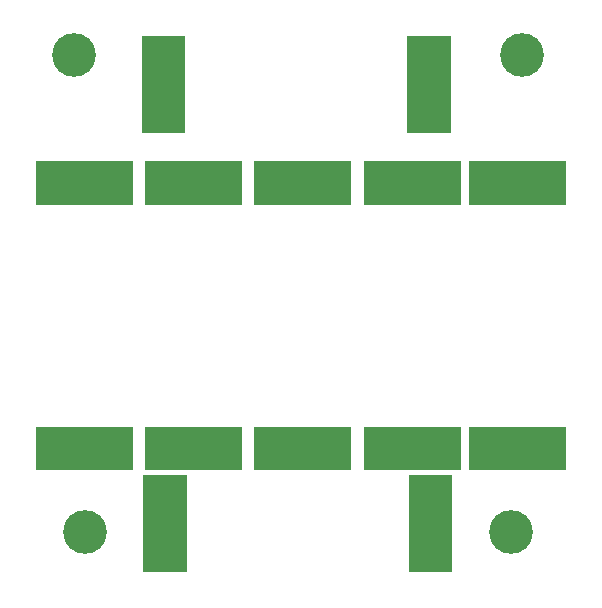
<source format=gts>
G04 Layer: TopSolderMaskLayer*
G04 EasyEDA v6.3.22, 2020-01-22T11:07:26+01:00*
G04 6c73b54d2adc4a05a2782a56d08821ed,6ac03ef627a24f5ab7c901ca926ad83b,10*
G04 Gerber Generator version 0.2*
G04 Scale: 100 percent, Rotated: No, Reflected: No *
G04 Dimensions in millimeters *
G04 leading zeros omitted , absolute positions ,3 integer and 3 decimal *
%FSLAX33Y33*%
%MOMM*%
G90*
G71D02*

%ADD24C,3.703193*%

%LPD*%
G54D24*
G01X4999Y7140D03*
G01X40999Y7140D03*
G01X41999Y47499D03*
G01X3999Y47499D03*
G36*
G01X32377Y3779D02*
G01X32377Y11981D01*
G01X36080Y11981D01*
G01X36080Y3779D01*
G01X32377Y3779D01*
G37*
G36*
G01X9878Y3779D02*
G01X9878Y11981D01*
G01X13581Y11981D01*
G01X13581Y3779D01*
G01X9878Y3779D01*
G37*
G36*
G01X37508Y12349D02*
G01X37508Y16050D01*
G01X45712Y16050D01*
G01X45712Y12349D01*
G01X37508Y12349D01*
G37*
G36*
G01X37508Y34848D02*
G01X37508Y38552D01*
G01X45712Y38552D01*
G01X45712Y34848D01*
G01X37508Y34848D01*
G37*
G36*
G01X10078Y12349D02*
G01X10078Y16050D01*
G01X18280Y16050D01*
G01X18280Y12349D01*
G01X10078Y12349D01*
G37*
G36*
G01X10078Y34848D02*
G01X10078Y38552D01*
G01X18280Y38552D01*
G01X18280Y34848D01*
G01X10078Y34848D01*
G37*
G36*
G01X838Y12349D02*
G01X838Y16050D01*
G01X9042Y16050D01*
G01X9042Y12349D01*
G01X838Y12349D01*
G37*
G36*
G01X838Y34848D02*
G01X838Y38552D01*
G01X9042Y38552D01*
G01X9042Y34848D01*
G01X838Y34848D01*
G37*
G36*
G01X32268Y40899D02*
G01X32268Y49100D01*
G01X35971Y49100D01*
G01X35971Y40899D01*
G01X32268Y40899D01*
G37*
G36*
G01X9768Y40899D02*
G01X9768Y49100D01*
G01X13472Y49100D01*
G01X13472Y40899D01*
G01X9768Y40899D01*
G37*
G36*
G01X28608Y12349D02*
G01X28608Y16050D01*
G01X36812Y16050D01*
G01X36812Y12349D01*
G01X28608Y12349D01*
G37*
G36*
G01X28608Y34848D02*
G01X28608Y38552D01*
G01X36812Y38552D01*
G01X36812Y34848D01*
G01X28608Y34848D01*
G37*
G36*
G01X19309Y12349D02*
G01X19309Y16050D01*
G01X27510Y16050D01*
G01X27510Y12349D01*
G01X19309Y12349D01*
G37*
G36*
G01X19309Y34848D02*
G01X19309Y38552D01*
G01X27510Y38552D01*
G01X27510Y34848D01*
G01X19309Y34848D01*
G37*
M00*
M02*

</source>
